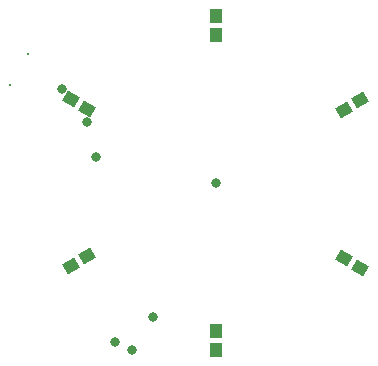
<source format=gts>
G04*
G04 #@! TF.GenerationSoftware,Altium Limited,Altium Designer,18.0.12 (696)*
G04*
G04 Layer_Color=8388736*
%FSLAX25Y25*%
%MOIN*%
G70*
G01*
G75*
G04:AMPARAMS|DCode=11|XSize=46mil|YSize=39mil|CornerRadius=0mil|HoleSize=0mil|Usage=FLASHONLY|Rotation=30.000|XOffset=0mil|YOffset=0mil|HoleType=Round|Shape=Rectangle|*
%AMROTATEDRECTD11*
4,1,4,-0.01017,-0.02839,-0.02967,0.00539,0.01017,0.02839,0.02967,-0.00539,-0.01017,-0.02839,0.0*
%
%ADD11ROTATEDRECTD11*%

G04:AMPARAMS|DCode=12|XSize=46mil|YSize=39mil|CornerRadius=0mil|HoleSize=0mil|Usage=FLASHONLY|Rotation=330.000|XOffset=0mil|YOffset=0mil|HoleType=Round|Shape=Rectangle|*
%AMROTATEDRECTD12*
4,1,4,-0.02967,-0.00539,-0.01017,0.02839,0.02967,0.00539,0.01017,-0.02839,-0.02967,-0.00539,0.0*
%
%ADD12ROTATEDRECTD12*%

%ADD13R,0.03900X0.04600*%
%ADD14C,0.00800*%
%ADD15C,0.03200*%
D11*
X610271Y258600D02*
D03*
X604729Y255400D02*
D03*
X513729Y203400D02*
D03*
X519271Y206600D02*
D03*
D12*
X610271Y202900D02*
D03*
X604729Y206100D02*
D03*
X513729Y259100D02*
D03*
X519271Y255900D02*
D03*
D13*
X562000Y175300D02*
D03*
Y181700D02*
D03*
Y286900D02*
D03*
Y280500D02*
D03*
D14*
X499453Y274114D02*
D03*
X493547Y263886D02*
D03*
D15*
X534229Y175457D02*
D03*
X540978Y186512D02*
D03*
X519271Y251500D02*
D03*
X510945Y262534D02*
D03*
X528500Y178000D02*
D03*
X522300Y239700D02*
D03*
X562000Y231000D02*
D03*
M02*

</source>
